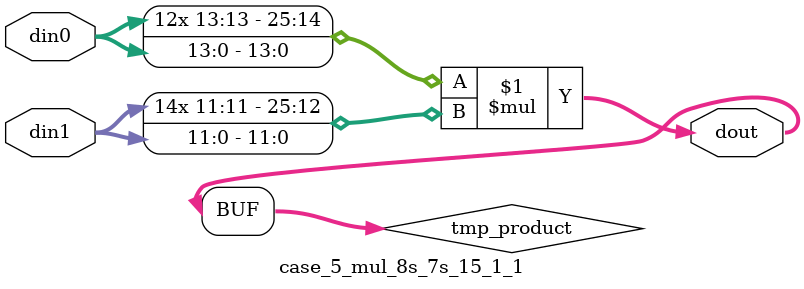
<source format=v>

`timescale 1 ns / 1 ps

 module case_5_mul_8s_7s_15_1_1(din0, din1, dout);
parameter ID = 1;
parameter NUM_STAGE = 0;
parameter din0_WIDTH = 14;
parameter din1_WIDTH = 12;
parameter dout_WIDTH = 26;

input [din0_WIDTH - 1 : 0] din0; 
input [din1_WIDTH - 1 : 0] din1; 
output [dout_WIDTH - 1 : 0] dout;

wire signed [dout_WIDTH - 1 : 0] tmp_product;



























assign tmp_product = $signed(din0) * $signed(din1);








assign dout = tmp_product;





















endmodule

</source>
